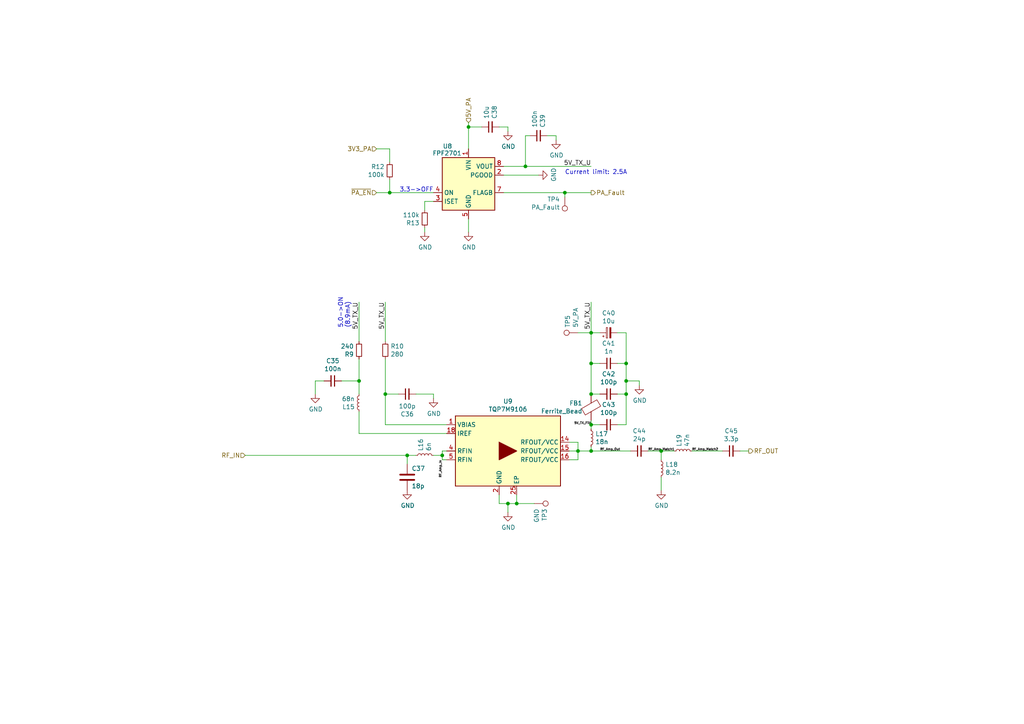
<source format=kicad_sch>
(kicad_sch (version 20211123) (generator eeschema)
  (paper "A4")
  (lib_symbols
    (symbol "Connector:TestPoint" (pin_numbers hide) (pin_names (offset 0.762) hide)
      (property "Reference" "TP" (at 0 6.858 0))
      (property "Value" "TestPoint" (at 0 5.08 0))
      (symbol "TestPoint_0_1"
        (circle (center 0 3.302) (radius 0.762))
      )
      (symbol "TestPoint_1_1"
        (pin passive line (at 0 0 90) (length 2.54) (name "1") (number "1"))
      )
    )
    (symbol "Device:C" (pin_numbers hide) (pin_names (offset 0.254))
      (property "Reference" "C" (at 0.635 2.54 0))
      (property "Value" "C" (at 0.635 -2.54 0))
      (symbol "C_0_1"
        (polyline (pts (xy -2.032 -0.762) (xy 2.032 -0.762)) (stroke (width 0.508)))
        (polyline (pts (xy -2.032 0.762) (xy 2.032 0.762)) (stroke (width 0.508)))
      )
      (symbol "C_1_1"
        (pin passive line (at 0 3.81 270) (length 2.794) (name "~") (number "1"))
        (pin passive line (at 0 -3.81 90) (length 2.794) (name "~") (number "2"))
      )
    )
    (symbol "Device:C_Polarized_Small" (pin_numbers hide) (pin_names (offset 0.254) hide)
      (property "Reference" "C" (at 0.254 1.778 0))
      (property "Value" "C_Polarized_Small" (at 0.254 -2.032 0))
      (symbol "C_Polarized_Small_0_1"
        (rectangle (start -1.524 -0.3048) (end 1.524 -0.6858) (fill (type outline)))
        (rectangle (start -1.524 0.6858) (end 1.524 0.3048))
        (polyline (pts (xy -1.27 1.524) (xy -0.762 1.524)))
        (polyline (pts (xy -1.016 1.27) (xy -1.016 1.778)))
      )
      (symbol "C_Polarized_Small_1_1"
        (pin passive line (at 0 2.54 270) (length 1.8542) (name "~") (number "1"))
        (pin passive line (at 0 -2.54 90) (length 1.8542) (name "~") (number "2"))
      )
    )
    (symbol "Device:C_Small" (pin_numbers hide) (pin_names (offset 0.254) hide)
      (property "Reference" "C" (at 0.254 1.778 0))
      (property "Value" "C_Small" (at 0.254 -2.032 0))
      (symbol "C_Small_0_1"
        (polyline (pts (xy -1.524 -0.508) (xy 1.524 -0.508)) (stroke (width 0.3302)))
        (polyline (pts (xy -1.524 0.508) (xy 1.524 0.508)) (stroke (width 0.3048)))
      )
      (symbol "C_Small_1_1"
        (pin passive line (at 0 2.54 270) (length 2.032) (name "~") (number "1"))
        (pin passive line (at 0 -2.54 90) (length 2.032) (name "~") (number "2"))
      )
    )
    (symbol "Device:FerriteBead" (pin_numbers hide) (pin_names (offset 0))
      (property "Reference" "FB" (at -3.81 0.635 90))
      (property "Value" "FerriteBead" (at 3.81 0 90))
      (symbol "FerriteBead_0_1"
        (polyline (pts (xy 0 -1.27) (xy 0 -1.2192)))
        (polyline (pts (xy 0 1.27) (xy 0 1.2954)))
        (polyline (pts (xy -2.7686 0.4064) (xy -1.7018 2.2606) (xy 2.7686 -0.3048) (xy 1.6764 -2.159) (xy -2.7686 0.4064)))
      )
      (symbol "FerriteBead_1_1"
        (pin passive line (at 0 3.81 270) (length 2.54) (name "~") (number "1"))
        (pin passive line (at 0 -3.81 90) (length 2.54) (name "~") (number "2"))
      )
    )
    (symbol "Device:L_Small" (pin_numbers hide) (pin_names (offset 0.254) hide)
      (property "Reference" "L" (at 0.762 1.016 0))
      (property "Value" "L_Small" (at 0.762 -1.016 0))
      (symbol "L_Small_0_1"
        (arc (start 0 -2.032) (mid 0.508 -1.524) (end 0 -1.016))
        (arc (start 0 -1.016) (mid 0.508 -0.508) (end 0 0))
        (arc (start 0 0) (mid 0.508 0.508) (end 0 1.016))
        (arc (start 0 1.016) (mid 0.508 1.524) (end 0 2.032))
      )
      (symbol "L_Small_1_1"
        (pin passive line (at 0 2.54 270) (length 0.508) (name "~") (number "1"))
        (pin passive line (at 0 -2.54 90) (length 0.508) (name "~") (number "2"))
      )
    )
    (symbol "Device:R_Small" (pin_numbers hide) (pin_names (offset 0.254) hide)
      (property "Reference" "R" (at 0.762 0.508 0))
      (property "Value" "R_Small" (at 0.762 -1.016 0))
      (symbol "R_Small_0_1"
        (rectangle (start -0.762 1.778) (end 0.762 -1.778) (stroke (width 0.2032)))
      )
      (symbol "R_Small_1_1"
        (pin passive line (at 0 2.54 270) (length 0.762) (name "~") (number "1"))
        (pin passive line (at 0 -2.54 90) (length 0.762) (name "~") (number "2"))
      )
    )
    (symbol "GND_1" (power) (pin_names (offset 0))
      (property "Value" "GND_1" (at 0 -3.81 0))
      (symbol "GND_1_0_1"
        (polyline (pts (xy 0 0) (xy 0 -1.27) (xy 1.27 -1.27) (xy 0 -2.54) (xy -1.27 -1.27) (xy 0 -1.27)))
      )
      (symbol "GND_1_1_1"
        (pin power_in line (at 0 0 270) (length 0) hide (name "GND") (number "1"))
      )
    )
    (symbol "GND_10" (power) (pin_names (offset 0))
      (property "Value" "GND_10" (at 0 -3.81 0))
      (symbol "GND_10_0_1"
        (polyline (pts (xy 0 0) (xy 0 -1.27) (xy 1.27 -1.27) (xy 0 -2.54) (xy -1.27 -1.27) (xy 0 -1.27)))
      )
      (symbol "GND_10_1_1"
        (pin power_in line (at 0 0 270) (length 0) hide (name "GND") (number "1"))
      )
    )
    (symbol "GND_2" (power) (pin_names (offset 0))
      (property "Value" "GND_2" (at 0 -3.81 0))
      (symbol "GND_2_0_1"
        (polyline (pts (xy 0 0) (xy 0 -1.27) (xy 1.27 -1.27) (xy 0 -2.54) (xy -1.27 -1.27) (xy 0 -1.27)))
      )
      (symbol "GND_2_1_1"
        (pin power_in line (at 0 0 270) (length 0) hide (name "GND") (number "1"))
      )
    )
    (symbol "GND_3" (power) (pin_names (offset 0))
      (property "Value" "GND_3" (at 0 -3.81 0))
      (symbol "GND_3_0_1"
        (polyline (pts (xy 0 0) (xy 0 -1.27) (xy 1.27 -1.27) (xy 0 -2.54) (xy -1.27 -1.27) (xy 0 -1.27)))
      )
      (symbol "GND_3_1_1"
        (pin power_in line (at 0 0 270) (length 0) hide (name "GND") (number "1"))
      )
    )
    (symbol "GND_4" (power) (pin_names (offset 0))
      (property "Value" "GND_4" (at 0 -3.81 0))
      (symbol "GND_4_0_1"
        (polyline (pts (xy 0 0) (xy 0 -1.27) (xy 1.27 -1.27) (xy 0 -2.54) (xy -1.27 -1.27) (xy 0 -1.27)))
      )
      (symbol "GND_4_1_1"
        (pin power_in line (at 0 0 270) (length 0) hide (name "GND") (number "1"))
      )
    )
    (symbol "GND_5" (power) (pin_names (offset 0))
      (property "Value" "GND_5" (at 0 -3.81 0))
      (symbol "GND_5_0_1"
        (polyline (pts (xy 0 0) (xy 0 -1.27) (xy 1.27 -1.27) (xy 0 -2.54) (xy -1.27 -1.27) (xy 0 -1.27)))
      )
      (symbol "GND_5_1_1"
        (pin power_in line (at 0 0 270) (length 0) hide (name "GND") (number "1"))
      )
    )
    (symbol "GND_6" (power) (pin_names (offset 0))
      (property "Value" "GND_6" (at 0 -3.81 0))
      (symbol "GND_6_0_1"
        (polyline (pts (xy 0 0) (xy 0 -1.27) (xy 1.27 -1.27) (xy 0 -2.54) (xy -1.27 -1.27) (xy 0 -1.27)))
      )
      (symbol "GND_6_1_1"
        (pin power_in line (at 0 0 270) (length 0) hide (name "GND") (number "1"))
      )
    )
    (symbol "GND_7" (power) (pin_names (offset 0))
      (property "Value" "GND_7" (at 0 -3.81 0))
      (symbol "GND_7_0_1"
        (polyline (pts (xy 0 0) (xy 0 -1.27) (xy 1.27 -1.27) (xy 0 -2.54) (xy -1.27 -1.27) (xy 0 -1.27)))
      )
      (symbol "GND_7_1_1"
        (pin power_in line (at 0 0 270) (length 0) hide (name "GND") (number "1"))
      )
    )
    (symbol "GND_8" (power) (pin_names (offset 0))
      (property "Value" "GND_8" (at 0 -3.81 0))
      (symbol "GND_8_0_1"
        (polyline (pts (xy 0 0) (xy 0 -1.27) (xy 1.27 -1.27) (xy 0 -2.54) (xy -1.27 -1.27) (xy 0 -1.27)))
      )
      (symbol "GND_8_1_1"
        (pin power_in line (at 0 0 270) (length 0) hide (name "GND") (number "1"))
      )
    )
    (symbol "GND_9" (power) (pin_names (offset 0))
      (property "Value" "GND_9" (at 0 -3.81 0))
      (symbol "GND_9_0_1"
        (polyline (pts (xy 0 0) (xy 0 -1.27) (xy 1.27 -1.27) (xy 0 -2.54) (xy -1.27 -1.27) (xy 0 -1.27)))
      )
      (symbol "GND_9_1_1"
        (pin power_in line (at 0 0 270) (length 0) hide (name "GND") (number "1"))
      )
    )
    (symbol "lsf-kicad:FPF2701"
      (property "Reference" "U" (at 5.08 8.89 0))
      (property "Value" "FPF2701" (at 5.08 -8.89 0))
      (symbol "FPF2701_0_1"
        (rectangle (start -7.62 7.62) (end 7.62 -7.62) (stroke (width 0.254)) (fill (type background)))
      )
      (symbol "FPF2701_1_1"
        (pin power_in line (at 0 10.16 270) (length 2.54) (name "VIN") (number "1"))
        (pin open_collector line (at 10.16 2.54 180) (length 2.54) (name "PGOOD") (number "2"))
        (pin passive line (at -10.16 -5.08 0) (length 2.54) (name "ISET") (number "3"))
        (pin input line (at -10.16 -2.54 0) (length 2.54) (name "ON") (number "4"))
        (pin power_in line (at 0 -10.16 90) (length 2.54) (name "GND") (number "5"))
        (pin no_connect line (at -10.16 2.54 0) (length 2.54) hide (name "NC") (number "6"))
        (pin output line (at 10.16 -2.54 180) (length 2.54) (name "FLAGB") (number "7"))
        (pin power_out line (at 10.16 5.08 180) (length 2.54) (name "VOUT") (number "8"))
        (pin passive line (at 0 -10.16 90) (length 2.54) hide (name "GND") (number "9"))
      )
    )
    (symbol "lsf-kicad:TQP7M9106"
      (property "Reference" "U" (at -5.08 11.43 0))
      (property "Value" "TQP7M9106" (at -8.89 13.97 0))
      (symbol "TQP7M9106_0_1"
        (rectangle (start -15.24 10.16) (end 15.24 -10.16) (stroke (width 0.254)) (fill (type background)))
        (polyline (pts (xy -2.54 2.54) (xy -2.54 -2.54) (xy 2.54 0) (xy -2.54 2.54)) (stroke (width 0.254)) (fill (type outline)))
      )
      (symbol "TQP7M9106_1_1"
        (pin input line (at -17.78 7.62 0) (length 2.54) (name "VBIAS") (number "1"))
        (pin passive line (at -2.54 -12.7 90) (length 2.54) hide (name "GND") (number "10"))
        (pin passive line (at -2.54 -12.7 90) (length 2.54) hide (name "GND") (number "11"))
        (pin passive line (at -2.54 -12.7 90) (length 2.54) hide (name "GND") (number "12"))
        (pin passive line (at -2.54 -12.7 90) (length 2.54) hide (name "GND") (number "13"))
        (pin bidirectional line (at 17.78 2.54 180) (length 2.54) (name "RFOUT/VCC") (number "14"))
        (pin bidirectional line (at 17.78 0 180) (length 2.54) (name "RFOUT/VCC") (number "15"))
        (pin bidirectional line (at 17.78 -2.54 180) (length 2.54) (name "RFOUT/VCC") (number "16"))
        (pin passive line (at -2.54 -12.7 90) (length 2.54) hide (name "GND") (number "17"))
        (pin input line (at -17.78 5.08 0) (length 2.54) (name "IREF") (number "18"))
        (pin passive line (at -2.54 -12.7 90) (length 2.54) hide (name "GND") (number "19"))
        (pin power_in line (at -2.54 -12.7 90) (length 2.54) (name "GND") (number "2"))
        (pin passive line (at -2.54 -12.7 90) (length 2.54) hide (name "GND") (number "20"))
        (pin passive line (at -2.54 -12.7 90) (length 2.54) hide (name "GND") (number "21"))
        (pin passive line (at -2.54 -12.7 90) (length 2.54) hide (name "GND") (number "22"))
        (pin passive line (at -2.54 -12.7 90) (length 2.54) hide (name "GND") (number "23"))
        (pin passive line (at -2.54 -12.7 90) (length 2.54) hide (name "GND") (number "24"))
        (pin power_in line (at 2.54 -12.7 90) (length 2.54) (name "EP") (number "25"))
        (pin passive line (at -2.54 -12.7 90) (length 2.54) hide (name "GND") (number "3"))
        (pin input line (at -17.78 0 0) (length 2.54) (name "RFIN") (number "4"))
        (pin input line (at -17.78 -2.54 0) (length 2.54) (name "RFIN") (number "5"))
        (pin passive line (at -2.54 -12.7 90) (length 2.54) hide (name "GND") (number "6"))
        (pin passive line (at -2.54 -12.7 90) (length 2.54) hide (name "GND") (number "7"))
        (pin passive line (at -2.54 -12.7 90) (length 2.54) hide (name "GND") (number "8"))
        (pin passive line (at -2.54 -12.7 90) (length 2.54) hide (name "GND") (number "9"))
      )
    )
    (symbol "power:GND" (power) (pin_names (offset 0))
      (property "Value" "GND" (at 0 -3.81 0))
      (symbol "GND_0_1"
        (polyline (pts (xy 0 0) (xy 0 -1.27) (xy 1.27 -1.27) (xy 0 -2.54) (xy -1.27 -1.27) (xy 0 -1.27)))
      )
      (symbol "GND_1_1"
        (pin power_in line (at 0 0 270) (length 0) hide (name "GND") (number "1"))
      )
    )
  )
  (junction (at 171.45 105.41))
  (junction (at 111.76 114.3))
  (junction (at 191.77 130.81))
  (junction (at 171.45 123.19))
  (junction (at 171.45 130.81))
  (junction (at 171.45 114.3))
  (junction (at 149.86 146.05))
  (junction (at 113.03 55.88))
  (junction (at 135.89 36.83))
  (junction (at 163.83 55.88))
  (junction (at 181.61 114.3))
  (junction (at 104.14 110.49))
  (junction (at 152.4 48.26))
  (junction (at 171.45 96.52))
  (junction (at 147.32 146.05))
  (junction (at 118.11 132.08))
  (junction (at 167.64 130.81))
  (junction (at 128.27 132.08))
  (junction (at 181.61 110.49))
  (junction (at 181.61 105.41))
  (wire (pts (xy 123.19 58.42) (xy 125.73 58.42)))
  (wire (pts (xy 171.45 129.54) (xy 171.45 130.81)))
  (wire (pts (xy 173.99 96.52) (xy 171.45 96.52)))
  (wire (pts (xy 149.86 146.05) (xy 154.94 146.05)))
  (wire (pts (xy 167.64 130.81) (xy 171.45 130.81)))
  (wire (pts (xy 191.77 138.43) (xy 191.77 142.24)))
  (wire (pts (xy 171.45 105.41) (xy 171.45 114.3)))
  (wire (pts (xy 71.12 132.08) (xy 118.11 132.08)))
  (wire (pts (xy 104.14 99.06) (xy 104.14 87.63)))
  (wire (pts (xy 152.4 48.26) (xy 152.4 39.37)))
  (wire (pts (xy 128.27 130.81) (xy 129.54 130.81)))
  (wire (pts (xy 125.73 55.88) (xy 113.03 55.88)))
  (wire (pts (xy 163.83 57.15) (xy 163.83 55.88)))
  (wire (pts (xy 111.76 104.14) (xy 111.76 114.3)))
  (wire (pts (xy 171.45 96.52) (xy 171.45 87.63)))
  (wire (pts (xy 113.03 43.18) (xy 113.03 46.99)))
  (wire (pts (xy 147.32 146.05) (xy 149.86 146.05)))
  (wire (pts (xy 128.27 133.35) (xy 129.54 133.35)))
  (wire (pts (xy 149.86 146.05) (xy 149.86 143.51)))
  (wire (pts (xy 185.42 111.76) (xy 185.42 110.49)))
  (wire (pts (xy 167.64 133.35) (xy 165.1 133.35)))
  (wire (pts (xy 217.17 130.81) (xy 214.63 130.81)))
  (wire (pts (xy 171.45 121.92) (xy 171.45 123.19)))
  (wire (pts (xy 161.29 39.37) (xy 161.29 40.64)))
  (wire (pts (xy 191.77 133.35) (xy 191.77 130.81)))
  (wire (pts (xy 128.27 130.81) (xy 128.27 132.08)))
  (wire (pts (xy 167.64 128.27) (xy 167.64 130.81)))
  (wire (pts (xy 181.61 123.19) (xy 181.61 114.3)))
  (wire (pts (xy 179.07 114.3) (xy 181.61 114.3)))
  (wire (pts (xy 185.42 110.49) (xy 181.61 110.49)))
  (wire (pts (xy 123.19 60.96) (xy 123.19 58.42)))
  (wire (pts (xy 139.7 36.83) (xy 135.89 36.83)))
  (wire (pts (xy 173.99 105.41) (xy 171.45 105.41)))
  (wire (pts (xy 158.75 39.37) (xy 161.29 39.37)))
  (wire (pts (xy 125.73 132.08) (xy 128.27 132.08)))
  (wire (pts (xy 120.65 114.3) (xy 125.73 114.3)))
  (wire (pts (xy 163.83 55.88) (xy 171.45 55.88)))
  (wire (pts (xy 171.45 105.41) (xy 171.45 96.52)))
  (wire (pts (xy 152.4 39.37) (xy 153.67 39.37)))
  (wire (pts (xy 109.22 43.18) (xy 113.03 43.18)))
  (wire (pts (xy 113.03 55.88) (xy 109.22 55.88)))
  (wire (pts (xy 123.19 66.04) (xy 123.19 67.31)))
  (wire (pts (xy 181.61 114.3) (xy 181.61 110.49)))
  (wire (pts (xy 171.45 130.81) (xy 182.88 130.81)))
  (wire (pts (xy 165.1 130.81) (xy 167.64 130.81)))
  (wire (pts (xy 187.96 130.81) (xy 191.77 130.81)))
  (wire (pts (xy 111.76 123.19) (xy 111.76 114.3)))
  (wire (pts (xy 111.76 99.06) (xy 111.76 87.63)))
  (wire (pts (xy 173.99 123.19) (xy 171.45 123.19)))
  (wire (pts (xy 173.99 114.3) (xy 171.45 114.3)))
  (wire (pts (xy 91.44 110.49) (xy 93.98 110.49)))
  (wire (pts (xy 135.89 43.18) (xy 135.89 36.83)))
  (wire (pts (xy 146.05 50.8) (xy 156.21 50.8)))
  (wire (pts (xy 167.64 130.81) (xy 167.64 133.35)))
  (wire (pts (xy 144.78 36.83) (xy 147.32 36.83)))
  (wire (pts (xy 128.27 132.08) (xy 128.27 133.35)))
  (wire (pts (xy 167.64 96.52) (xy 171.45 96.52)))
  (wire (pts (xy 104.14 104.14) (xy 104.14 110.49)))
  (wire (pts (xy 179.07 123.19) (xy 181.61 123.19)))
  (wire (pts (xy 181.61 105.41) (xy 181.61 96.52)))
  (wire (pts (xy 104.14 125.73) (xy 129.54 125.73)))
  (wire (pts (xy 147.32 148.59) (xy 147.32 146.05)))
  (wire (pts (xy 91.44 114.3) (xy 91.44 110.49)))
  (wire (pts (xy 125.73 114.3) (xy 125.73 115.57)))
  (wire (pts (xy 147.32 36.83) (xy 147.32 38.1)))
  (wire (pts (xy 104.14 110.49) (xy 104.14 114.3)))
  (wire (pts (xy 104.14 119.38) (xy 104.14 125.73)))
  (wire (pts (xy 113.03 52.07) (xy 113.03 55.88)))
  (wire (pts (xy 165.1 128.27) (xy 167.64 128.27)))
  (wire (pts (xy 135.89 67.31) (xy 135.89 63.5)))
  (wire (pts (xy 181.61 110.49) (xy 181.61 105.41)))
  (wire (pts (xy 129.54 123.19) (xy 111.76 123.19)))
  (wire (pts (xy 99.06 110.49) (xy 104.14 110.49)))
  (wire (pts (xy 179.07 105.41) (xy 181.61 105.41)))
  (wire (pts (xy 181.61 96.52) (xy 179.07 96.52)))
  (wire (pts (xy 120.65 132.08) (xy 118.11 132.08)))
  (wire (pts (xy 152.4 48.26) (xy 171.45 48.26)))
  (wire (pts (xy 146.05 48.26) (xy 152.4 48.26)))
  (wire (pts (xy 144.78 143.51) (xy 144.78 146.05)))
  (wire (pts (xy 135.89 36.83) (xy 135.89 35.56)))
  (wire (pts (xy 118.11 132.08) (xy 118.11 134.62)))
  (wire (pts (xy 171.45 124.46) (xy 171.45 123.19)))
  (wire (pts (xy 115.57 114.3) (xy 111.76 114.3)))
  (wire (pts (xy 144.78 146.05) (xy 147.32 146.05)))
  (wire (pts (xy 191.77 130.81) (xy 195.58 130.81)))
  (wire (pts (xy 200.66 130.81) (xy 209.55 130.81)))
  (wire (pts (xy 146.05 55.88) (xy 163.83 55.88)))
  (text "3.3->OFF" (at 125.73 55.88 180) (effects (font (size 1.27 1.27)) (justify right bottom)))
  (text "Current limit: 2.5A" (at 163.83 50.8 0) (effects (font (size 1.27 1.27)) (justify left bottom)))
  (text "5.0->ON \n(8.9mA)" (at 101.6 95.25 90) (effects (font (size 1.27 1.27)) (justify left bottom)))
  (label "5V_TX_U" (at 171.45 48.26 180))
  (label "5V_TX_U" (at 111.76 87.63 270))
  (label "RF_Amp_Out" (at 173.99 130.81 0) (effects (font (size 0.635 0.635))))
  (label "5V_TX_Filt" (at 171.45 123.19 180) (effects (font (size 0.635 0.635))))
  (label "5V_TX_U" (at 171.45 87.63 270))
  (label "5V_TX_U" (at 104.14 87.63 270))
  (label "RF_Amp_Match1" (at 187.96 130.81 0) (effects (font (size 0.635 0.635))))
  (label "RF_Amp_Match2" (at 200.66 130.81 0) (effects (font (size 0.635 0.635))))
  (label "RF_Amp_In" (at 128.27 133.35 270) (effects (font (size 0.635 0.635))))
  (hierarchical_label "RF_IN" (shape input) (at 71.12 132.08 180))
  (hierarchical_label "3V3_PA" (shape input) (at 109.22 43.18 180))
  (hierarchical_label "~{PA_EN}" (shape input) (at 109.22 55.88 180))
  (hierarchical_label "PA_Fault" (shape output) (at 171.45 55.88 0))
  (hierarchical_label "5V_PA" (shape input) (at 135.89 35.56 90))
  (hierarchical_label "RF_OUT" (shape output) (at 217.17 130.81 0))
  (symbol (lib_id "Connector:TestPoint") (at 167.64 96.52 90) (mirror x) (unit 1) (in_bom no)
    (property "Reference" "TP5" (at 164.6428 95.0468 0) (effects (justify right)))
    (property "Value" "5V_PA" (at 166.9542 95.0468 0) (effects (justify right)))
    (property "Footprint" "TestPoint:TestPoint_Pad_D1.0mm" (effects hide))
  )
  (symbol (lib_id "Device:C_Small") (at 118.11 114.3 90) (unit 1)
    (property "Reference" "C36" (at 118.11 120.1166 90))
    (property "Value" "100p" (at 118.11 117.8052 90))
    (property "Footprint" "Capacitor_SMD:C_0402_1005Metric" (effects hide))
    (property "Description" " Capacitor, 0603, 5%, 50V, NPO/COG" (effects hide))
    (property "PartNumber" "CBR04C101J3GAC" (effects hide))
    (property "Mnf." "KEMET" (effects hide))
  )
  (symbol (lib_name "GND_9") (lib_id "power:GND") (at 161.29 40.64 0) (unit 1)
    (property "Reference" "#PWR?" (effects hide))
    (property "Value" "GND" (at 161.417 45.0342 0))
  )
  (symbol (lib_name "GND_1") (lib_id "power:GND") (at 125.73 115.57 0) (unit 1)
    (property "Reference" "#PWR?" (effects hide))
    (property "Value" "GND" (at 125.857 119.9642 0))
  )
  (symbol (lib_id "Device:C_Small") (at 176.53 105.41 90) (mirror x) (unit 1)
    (property "Reference" "C41" (at 176.53 99.5934 90))
    (property "Value" "1n" (at 176.53 101.9048 90))
    (property "Footprint" "Capacitor_SMD:C_0603_1608Metric" (effects hide))
    (property "Description" "Capacitor, 0603, 10%, 50V, NPO/COG" (effects hide))
    (property "Mnf." "KEMET" (effects hide))
    (property "PartNumber" "C0402C102K5GECAUTO7411" (effects hide))
  )
  (symbol (lib_id "Device:FerriteBead") (at 171.45 118.11 0) (mirror x) (unit 1)
    (property "Reference" "FB1" (at 168.91 116.9416 0) (effects (justify right)))
    (property "Value" "Ferrite_Bead" (at 168.91 119.253 0) (effects (justify right)))
    (property "Footprint" "Inductor_SMD:L_0603_1608Metric" (effects hide))
    (property "Mnf." "Murata Electronics" (effects hide))
    (property "PartNumber" "BLM18KG331SN1D " (effects hide))
  )
  (symbol (lib_name "GND_5") (lib_id "power:GND") (at 123.19 67.31 0) (unit 1)
    (property "Reference" "#PWR?" (effects hide))
    (property "Value" "GND" (at 123.317 71.7042 0))
  )
  (symbol (lib_id "lsf-kicad:FPF2701") (at 135.89 53.34 0) (unit 1)
    (property "Reference" "U8" (at 129.794 42.418 0))
    (property "Value" "FPF2701" (at 129.667 44.45 0))
    (property "Footprint" "lsf-kicad-lib:MLP-8" (effects hide))
    (property "Datasheet" "https://www.fairchildsemi.com/datasheets/FP/FPF2701.pdf" (effects hide))
    (property "Mnf." "ON Semiconductor / Fairchild" (effects hide))
    (property "PartNumber" "FPF2701MPX" (effects hide))
  )
  (symbol (lib_id "Device:R_Small") (at 113.03 49.53 0) (mirror x) (unit 1)
    (property "Reference" "R12" (at 111.5314 48.3616 0) (effects (justify right)))
    (property "Value" "100k" (at 111.5314 50.673 0) (effects (justify right)))
    (property "Footprint" "Resistor_SMD:R_0603_1608Metric" (effects hide))
    (property "Description" "Resistor, 0402, 5%, 1/16W" (effects hide))
    (property "PartNumber" "CR0402-FX-1003GLF" (effects hide))
  )
  (symbol (lib_id "Device:C_Small") (at 212.09 130.81 90) (mirror x) (unit 1)
    (property "Reference" "C45" (at 212.09 124.9934 90))
    (property "Value" "3.3p" (at 212.09 127.3048 90))
    (property "Footprint" "Capacitor_SMD:C_0402_1005Metric" (effects hide))
    (property "Mnf." "Murata Electronics" (effects hide))
    (property "PartNumber" "GJM1555C1H3R3WB01D" (effects hide))
  )
  (symbol (lib_id "Device:C_Small") (at 185.42 130.81 90) (mirror x) (unit 1)
    (property "Reference" "C44" (at 185.42 124.9934 90))
    (property "Value" "24p" (at 185.42 127.3048 90))
    (property "Footprint" "Capacitor_SMD:C_0402_1005Metric" (effects hide))
    (property "Mnf." "AVX" (effects hide))
    (property "PartNumber" "04025U240FAT2A" (effects hide))
  )
  (symbol (lib_id "Device:C_Small") (at 176.53 123.19 270) (unit 1)
    (property "Reference" "C43" (at 176.53 117.3734 90))
    (property "Value" "100p" (at 176.53 119.6848 90))
    (property "Footprint" "Capacitor_SMD:C_0402_1005Metric" (effects hide))
    (property "Description" "Capacitor, 0603, 5%, 50V, NPO/COG" (effects hide))
    (property "Mnf." "KEMET" (effects hide))
    (property "PartNumber" "CBR04C101J3GAC" (effects hide))
  )
  (symbol (lib_id "Device:L_Small") (at 191.77 135.89 0) (unit 1)
    (property "Reference" "L18" (at 192.9892 134.7216 0) (effects (justify left)))
    (property "Value" "8.2n" (at 192.9892 137.033 0) (effects (justify left)))
    (property "Footprint" "Inductor_SMD:L_0402_1005Metric" (effects hide))
    (property "Mnf." "TDK" (effects hide))
    (property "PartNumber" "MHQ1005P8N2GT000" (effects hide))
  )
  (symbol (lib_id "Device:C_Small") (at 96.52 110.49 270) (unit 1)
    (property "Reference" "C35" (at 96.52 104.6734 90))
    (property "Value" "100n" (at 96.52 106.9848 90))
    (property "Footprint" "Capacitor_SMD:C_0402_1005Metric" (effects hide))
    (property "Description" " Capacitor, 0603, 50V, X5R, 10%" (effects hide))
    (property "Mnf." "TDK" (effects hide))
    (property "PartNumber" "CGA2B3X5R1H104K050BB" (effects hide))
  )
  (symbol (lib_id "Device:C_Small") (at 156.21 39.37 90) (mirror x) (unit 1)
    (property "Reference" "C39" (at 157.3784 37.0332 0) (effects (justify right)))
    (property "Value" "100n" (at 155.067 37.0332 0) (effects (justify right)))
    (property "Footprint" "Capacitor_SMD:C_0603_1608Metric" (effects hide))
    (property "Description" "Capacitor, 0603, 10%, 50V, X7R" (effects hide))
    (property "Mnf." "KEMET" (effects hide))
    (property "PartNumber" "C0402C104K4RACTU" (effects hide))
  )
  (symbol (lib_name "GND_4") (lib_id "power:GND") (at 118.11 142.24 0) (unit 1)
    (property "Reference" "#PWR?" (effects hide))
    (property "Value" "GND" (at 118.237 146.6342 0))
  )
  (symbol (lib_id "Connector:TestPoint") (at 163.83 57.15 0) (mirror x) (unit 1) (in_bom no)
    (property "Reference" "TP4" (at 162.3822 57.8104 0) (effects (justify right)))
    (property "Value" "PA_Fault" (at 162.3822 60.1218 0) (effects (justify right)))
    (property "Footprint" "TestPoint:TestPoint_Pad_D1.0mm" (effects hide))
  )
  (symbol (lib_id "Device:L_Small") (at 198.12 130.81 90) (unit 1)
    (property "Reference" "L19" (at 196.9516 129.5908 0) (effects (justify left)))
    (property "Value" "47n" (at 199.263 129.5908 0) (effects (justify left)))
    (property "Footprint" "Inductor_SMD:L_0402_1005Metric" (effects hide))
    (property "Mnf." "ABRACON" (effects hide))
    (property "PartNumber" "AISC-0402-47NG-T" (effects hide))
  )
  (symbol (lib_id "Device:C_Small") (at 142.24 36.83 90) (mirror x) (unit 1)
    (property "Reference" "C38" (at 143.4084 34.4932 0) (effects (justify right)))
    (property "Value" "10u" (at 141.097 34.4932 0) (effects (justify right)))
    (property "Footprint" "Capacitor_SMD:C_0805_2012Metric" (effects hide))
    (property "Description" "Capacitor, 1206, 10%, 16 V,  X7R" (effects hide))
    (property "Mnf." "Taiyo Yuden" (effects hide))
    (property "PartNumber" "EMK212BB7106KG-T" (effects hide))
  )
  (symbol (lib_id "Device:C_Small") (at 176.53 114.3 90) (mirror x) (unit 1)
    (property "Reference" "C42" (at 176.53 108.4834 90))
    (property "Value" "100p" (at 176.53 110.7948 90))
    (property "Footprint" "Capacitor_SMD:C_0402_1005Metric" (effects hide))
    (property "Description" "Capacitor, 0603, 5%, 50V, NPO/COG" (effects hide))
    (property "Mnf." "KEMET" (effects hide))
    (property "PartNumber" "CBR04C101J3GAC" (effects hide))
  )
  (symbol (lib_name "GND_7") (lib_id "power:GND") (at 185.42 111.76 0) (unit 1)
    (property "Reference" "#PWR?" (effects hide))
    (property "Value" "GND" (at 185.547 116.1542 0))
  )
  (symbol (lib_id "Device:L_Small") (at 123.19 132.08 90) (unit 1)
    (property "Reference" "L16" (at 122.0216 130.8608 0) (effects (justify left)))
    (property "Value" "6n" (at 124.333 130.8608 0) (effects (justify left)))
    (property "Footprint" "Inductor_SMD:L_0402_1005Metric" (effects hide))
    (property "Mnf." "TDK" (effects hide))
    (property "PartNumber" "MHQ1005P68NGTD25" (effects hide))
  )
  (symbol (lib_id "Device:L_Small") (at 171.45 127 0) (unit 1)
    (property "Reference" "L17" (at 172.6692 125.8316 0) (effects (justify left)))
    (property "Value" "18n" (at 172.6692 128.143 0) (effects (justify left)))
    (property "Footprint" "Inductor_SMD:L_0402_1005Metric" (effects hide))
    (property "PartNumber" "LQW15AN18NJ80D" (effects hide))
    (property "Mnf." "Coilcraft" (effects hide))
    (property "Description" "Inductor, 0805, 5%, Coilcraft CS Series" (effects hide))
  )
  (symbol (lib_id "Device:C") (at 118.11 138.43 0) (unit 1)
    (property "Reference" "C37" (at 119.38 135.89 0) (effects (justify left)))
    (property "Value" "18p" (at 119.38 140.97 0) (effects (justify left)))
    (property "Footprint" "Capacitor_SMD:C_0402_1005Metric" (effects hide))
  )
  (symbol (lib_name "GND_3") (lib_id "power:GND") (at 147.32 148.59 0) (unit 1)
    (property "Reference" "#PWR?" (effects hide))
    (property "Value" "GND" (at 147.447 152.9842 0))
  )
  (symbol (lib_id "Device:L_Small") (at 104.14 116.84 180) (unit 1)
    (property "Reference" "L15" (at 102.9208 118.0084 0) (effects (justify left)))
    (property "Value" "68n" (at 102.9208 115.697 0) (effects (justify left)))
    (property "Footprint" "Inductor_SMD:L_0402_1005Metric" (effects hide))
    (property "Description" "Inductor, 0603, 5%, Ceramic" (effects hide))
    (property "Mnf." "Coilcraft" (effects hide))
    (property "PartNumber" "0402DC-68NXJRW" (effects hide))
  )
  (symbol (lib_name "GND_8") (lib_id "power:GND") (at 191.77 142.24 0) (unit 1)
    (property "Reference" "#PWR?" (effects hide))
    (property "Value" "GND" (at 191.897 146.6342 0))
  )
  (symbol (lib_id "Device:R_Small") (at 111.76 101.6 180) (unit 1)
    (property "Reference" "R10" (at 113.2586 100.4316 0) (effects (justify right)))
    (property "Value" "280" (at 113.2586 102.743 0) (effects (justify right)))
    (property "Footprint" "Resistor_SMD:R_0603_1608Metric" (effects hide))
    (property "Description" "Resistor, Chip, 0603, 1%, 1/16W" (effects hide))
    (property "Mnf." "YAGEO" (effects hide))
    (property "PartNumber" "RC0402FR-07280RL" (effects hide))
  )
  (symbol (lib_name "GND_2") (lib_id "power:GND") (at 91.44 114.3 0) (unit 1)
    (property "Reference" "#PWR?" (effects hide))
    (property "Value" "GND" (at 91.567 118.6942 0))
  )
  (symbol (lib_id "Device:R_Small") (at 104.14 101.6 0) (unit 1)
    (property "Reference" "R9" (at 102.6414 102.7684 0) (effects (justify right)))
    (property "Value" "240" (at 102.6414 100.457 0) (effects (justify right)))
    (property "Footprint" "Resistor_SMD:R_0603_1608Metric" (effects hide))
    (property "Description" "Resistor, Chip, 0603, 1%, 1/16W" (effects hide))
    (property "Mnf." "Vishay" (effects hide))
    (property "PartNumber" "CRCW0402240RFKEDC" (effects hide))
  )
  (symbol (lib_name "GND_6") (lib_id "power:GND") (at 135.89 67.31 0) (unit 1)
    (property "Reference" "#PWR?" (effects hide))
    (property "Value" "GND" (at 136.017 71.7042 0))
  )
  (symbol (lib_id "Device:R_Small") (at 123.19 63.5 0) (unit 1)
    (property "Reference" "R13" (at 121.6914 64.6684 0) (effects (justify right)))
    (property "Value" "110k" (at 121.6914 62.357 0) (effects (justify right)))
    (property "Footprint" "Resistor_SMD:R_0603_1608Metric" (effects hide))
    (property "Description" "Resistor, 0402, 1%, 1/16W" (effects hide))
    (property "Mnf." "Vishay" (effects hide))
    (property "PartNumber" "CRCW0402110KFKED" (effects hide))
  )
  (symbol (lib_id "Connector:TestPoint") (at 154.94 146.05 270) (unit 1) (in_bom no)
    (property "Reference" "TP3" (at 157.9372 147.5232 0) (effects (justify left)))
    (property "Value" "GND" (at 155.6258 147.5232 0) (effects (justify left)))
    (property "Footprint" "TestPoint:TestPoint_Pad_D2.5mm" (effects hide))
    (property "Mnf." "Keystone" (effects hide))
    (property "PartNumber" "5015" (effects hide))
  )
  (symbol (lib_id "power:GND") (at 147.32 38.1 0) (unit 1)
    (property "Reference" "#PWR?" (effects hide))
    (property "Value" "GND" (at 147.447 42.4942 0))
  )
  (symbol (lib_id "lsf-kicad:TQP7M9106") (at 147.32 130.81 0) (unit 1)
    (property "Reference" "U9" (at 147.32 116.4082 0))
    (property "Value" "TQP7M9106" (at 147.32 118.7196 0))
    (property "Footprint" "Package_DFN_QFN:QFN-24-1EP_4x4mm_P0.5mm_EP2.7x2.7mm_ThermalVias" (effects hide))
    (property "Datasheet" "https://www.qorvo.com/products/d/da005671" (effects hide))
    (property "Mnf." "Qorvo" (effects hide))
    (property "PartNumber" "TQP7M9106" (effects hide))
  )
  (symbol (lib_id "Device:C_Polarized_Small") (at 176.53 96.52 90) (unit 1)
    (property "Reference" "C40" (at 176.53 90.805 90))
    (property "Value" "10u" (at 176.53 93.1164 90))
    (property "Footprint" "Capacitor_Tantalum_SMD:CP_EIA-6032-28_Kemet-C" (effects hide))
    (property "Description" "Capacitor, Tantalum, 6032, 35V, 10%" (effects hide))
    (property "Mnf." "KEMET" (effects hide))
    (property "PartNumber" "T495C106K035ATE400" (effects hide))
  )
  (symbol (lib_name "GND_10") (lib_id "power:GND") (at 156.21 50.8 90) (unit 1)
    (property "Reference" "#PWR?" (effects hide))
    (property "Value" "GND" (at 160.6042 50.673 0))
  )
)
</source>
